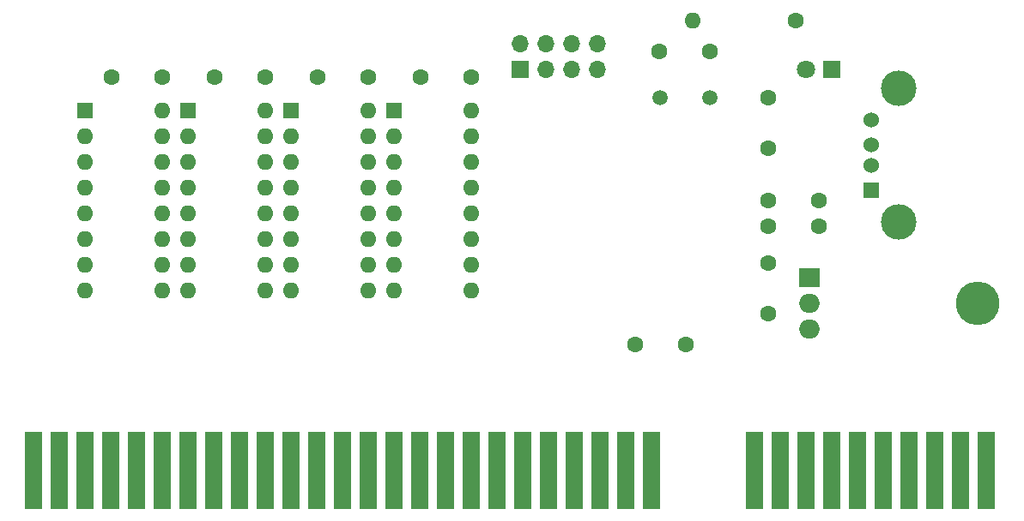
<source format=gbr>
G04 #@! TF.GenerationSoftware,KiCad,Pcbnew,(5.1.8)-1*
G04 #@! TF.CreationDate,2023-04-05T17:01:07-06:00*
G04 #@! TF.ProjectId,CH376S Module,43483337-3653-4204-9d6f-64756c652e6b,rev?*
G04 #@! TF.SameCoordinates,Original*
G04 #@! TF.FileFunction,Soldermask,Bot*
G04 #@! TF.FilePolarity,Negative*
%FSLAX46Y46*%
G04 Gerber Fmt 4.6, Leading zero omitted, Abs format (unit mm)*
G04 Created by KiCad (PCBNEW (5.1.8)-1) date 2023-04-05 17:01:07*
%MOMM*%
%LPD*%
G01*
G04 APERTURE LIST*
%ADD10O,1.600000X1.600000*%
%ADD11R,1.600000X1.600000*%
%ADD12O,1.700000X1.700000*%
%ADD13R,1.700000X1.700000*%
%ADD14C,1.600000*%
%ADD15R,1.780000X7.620000*%
%ADD16O,2.000000X1.905000*%
%ADD17R,2.000000X1.905000*%
%ADD18O,4.318000X4.318000*%
%ADD19C,1.524000*%
%ADD20R,1.524000X1.524000*%
%ADD21C,3.500000*%
%ADD22C,1.500000*%
%ADD23C,1.800000*%
%ADD24R,1.800000X1.800000*%
G04 APERTURE END LIST*
D10*
G04 #@! TO.C,U3*
X149860000Y-109220000D03*
X142240000Y-127000000D03*
X149860000Y-111760000D03*
X142240000Y-124460000D03*
X149860000Y-114300000D03*
X142240000Y-121920000D03*
X149860000Y-116840000D03*
X142240000Y-119380000D03*
X149860000Y-119380000D03*
X142240000Y-116840000D03*
X149860000Y-121920000D03*
X142240000Y-114300000D03*
X149860000Y-124460000D03*
X142240000Y-111760000D03*
X149860000Y-127000000D03*
D11*
X142240000Y-109220000D03*
G04 #@! TD*
D12*
G04 #@! TO.C,J3*
X162306000Y-102616000D03*
X162306000Y-105156000D03*
X159766000Y-102616000D03*
X159766000Y-105156000D03*
X157226000Y-102616000D03*
X157226000Y-105156000D03*
X154686000Y-102616000D03*
D13*
X154686000Y-105156000D03*
G04 #@! TD*
D14*
G04 #@! TO.C,C3*
X149860000Y-105918000D03*
X144860000Y-105918000D03*
G04 #@! TD*
D10*
G04 #@! TO.C,U15*
X119380000Y-109220000D03*
X111760000Y-127000000D03*
X119380000Y-111760000D03*
X111760000Y-124460000D03*
X119380000Y-114300000D03*
X111760000Y-121920000D03*
X119380000Y-116840000D03*
X111760000Y-119380000D03*
X119380000Y-119380000D03*
X111760000Y-116840000D03*
X119380000Y-121920000D03*
X111760000Y-114300000D03*
X119380000Y-124460000D03*
X111760000Y-111760000D03*
X119380000Y-127000000D03*
D11*
X111760000Y-109220000D03*
G04 #@! TD*
D10*
G04 #@! TO.C,U14*
X129540000Y-109220000D03*
X121920000Y-127000000D03*
X129540000Y-111760000D03*
X121920000Y-124460000D03*
X129540000Y-114300000D03*
X121920000Y-121920000D03*
X129540000Y-116840000D03*
X121920000Y-119380000D03*
X129540000Y-119380000D03*
X121920000Y-116840000D03*
X129540000Y-121920000D03*
X121920000Y-114300000D03*
X129540000Y-124460000D03*
X121920000Y-111760000D03*
X129540000Y-127000000D03*
D11*
X121920000Y-109220000D03*
G04 #@! TD*
D10*
G04 #@! TO.C,U13*
X139700000Y-109220000D03*
X132080000Y-127000000D03*
X139700000Y-111760000D03*
X132080000Y-124460000D03*
X139700000Y-114300000D03*
X132080000Y-121920000D03*
X139700000Y-116840000D03*
X132080000Y-119380000D03*
X139700000Y-119380000D03*
X132080000Y-116840000D03*
X139700000Y-121920000D03*
X132080000Y-114300000D03*
X139700000Y-124460000D03*
X132080000Y-111760000D03*
X139700000Y-127000000D03*
D11*
X132080000Y-109220000D03*
G04 #@! TD*
D15*
G04 #@! TO.C,J2*
X177800000Y-144780000D03*
X180340000Y-144780000D03*
X182880000Y-144780000D03*
X185420000Y-144780000D03*
X187960000Y-144780000D03*
X190500000Y-144780000D03*
X193040000Y-144780000D03*
X195580000Y-144780000D03*
X198120000Y-144780000D03*
X200660000Y-144780000D03*
G04 #@! TD*
D14*
G04 #@! TO.C,C16*
X119380000Y-105918000D03*
X114380000Y-105918000D03*
G04 #@! TD*
G04 #@! TO.C,C15*
X139700000Y-105918000D03*
X134700000Y-105918000D03*
G04 #@! TD*
G04 #@! TO.C,C14*
X129540000Y-105918000D03*
X124540000Y-105918000D03*
G04 #@! TD*
D15*
G04 #@! TO.C,J1*
X106680000Y-144780000D03*
X109220000Y-144780000D03*
X111760000Y-144780000D03*
X114300000Y-144780000D03*
X116840000Y-144780000D03*
X119380000Y-144780000D03*
X121920000Y-144780000D03*
X124460000Y-144780000D03*
X127000000Y-144780000D03*
X129540000Y-144780000D03*
X132080000Y-144780000D03*
X134620000Y-144780000D03*
X137160000Y-144780000D03*
X139700000Y-144780000D03*
X142240000Y-144780000D03*
X144780000Y-144780000D03*
X147320000Y-144780000D03*
X149860000Y-144780000D03*
X152400000Y-144780000D03*
X154940000Y-144780000D03*
X157480000Y-144780000D03*
X160020000Y-144780000D03*
X162560000Y-144780000D03*
X165100000Y-144780000D03*
X167640000Y-144780000D03*
G04 #@! TD*
D16*
G04 #@! TO.C,U2*
X183197500Y-130873500D03*
X183197500Y-128333500D03*
D17*
X183197500Y-125793500D03*
D18*
X199857500Y-128333500D03*
G04 #@! TD*
D14*
G04 #@! TO.C,C5*
X179133500Y-113013500D03*
X179133500Y-108013500D03*
G04 #@! TD*
G04 #@! TO.C,C4*
X173402000Y-103378000D03*
X168402000Y-103378000D03*
G04 #@! TD*
G04 #@! TO.C,C2*
X179133500Y-118173500D03*
X184133500Y-118173500D03*
G04 #@! TD*
G04 #@! TO.C,C1*
X171005500Y-132397500D03*
X166005500Y-132397500D03*
G04 #@! TD*
D19*
G04 #@! TO.C,USB1*
X189293500Y-110157500D03*
X189293500Y-112657500D03*
X189293500Y-114657500D03*
D20*
X189293500Y-117157500D03*
D21*
X192003500Y-120227500D03*
X192003500Y-107087500D03*
G04 #@! TD*
D22*
G04 #@! TO.C,Y2*
X173365500Y-108013500D03*
X168465500Y-108013500D03*
G04 #@! TD*
D10*
G04 #@! TO.C,R2*
X171704000Y-100330000D03*
D14*
X181864000Y-100330000D03*
G04 #@! TD*
D23*
G04 #@! TO.C,D1*
X182880000Y-105156000D03*
D24*
X185420000Y-105156000D03*
G04 #@! TD*
D14*
G04 #@! TO.C,C7*
X179133500Y-120713500D03*
X184133500Y-120713500D03*
G04 #@! TD*
G04 #@! TO.C,C6*
X179133500Y-124349500D03*
X179133500Y-129349500D03*
G04 #@! TD*
M02*

</source>
